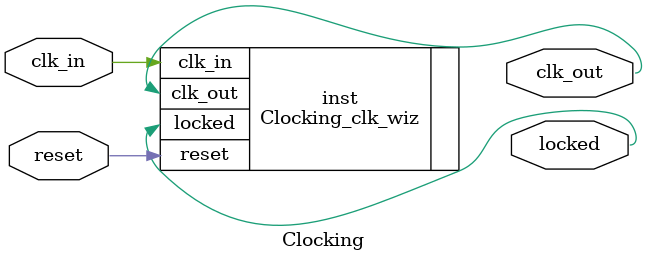
<source format=v>


`timescale 1ps/1ps

(* CORE_GENERATION_INFO = "Clocking,clk_wiz_v6_0_11_0_0,{component_name=Clocking,use_phase_alignment=true,use_min_o_jitter=false,use_max_i_jitter=false,use_dyn_phase_shift=false,use_inclk_switchover=false,use_dyn_reconfig=false,enable_axi=0,feedback_source=FDBK_AUTO,PRIMITIVE=MMCM,num_out_clk=1,clkin1_period=83.333,clkin2_period=10.0,use_power_down=false,use_reset=true,use_locked=true,use_inclk_stopped=false,feedback_type=SINGLE,CLOCK_MGR_TYPE=NA,manual_override=false}" *)

module Clocking 
 (
  // Clock out ports
  output        clk_out,
  // Status and control signals
  input         reset,
  output        locked,
 // Clock in ports
  input         clk_in
 );

  Clocking_clk_wiz inst
  (
  // Clock out ports  
  .clk_out(clk_out),
  // Status and control signals               
  .reset(reset), 
  .locked(locked),
 // Clock in ports
  .clk_in(clk_in)
  );

endmodule

</source>
